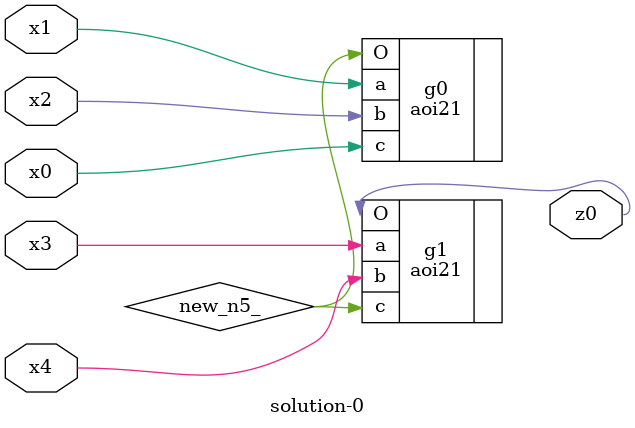
<source format=v>
module \solution-0 (
  x0, x1, x2, x3, x4,
  z0 );
  input x0, x1, x2, x3, x4;
  output z0;
  wire new_n5_;
  aoi21  g0(.a(x1), .b(x2), .c(x0), .O(new_n5_));
  aoi21  g1(.a(x3), .b(x4), .c(new_n5_), .O(z0));
endmodule

</source>
